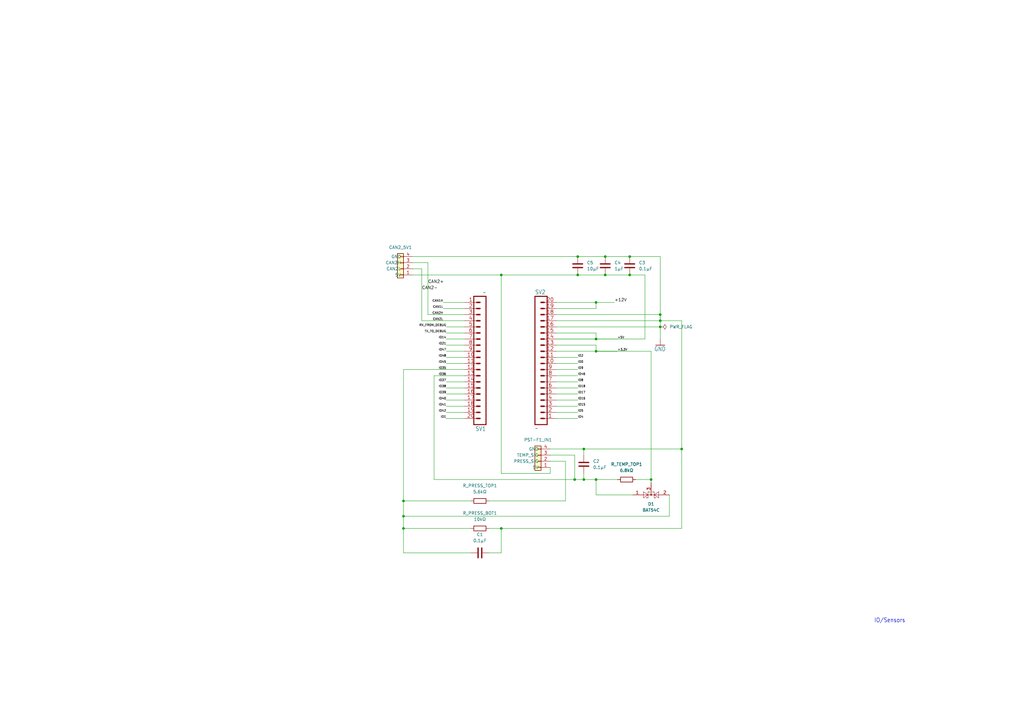
<source format=kicad_sch>
(kicad_sch (version 20250114) (generator "eeschema") (generator_version "9.0")
  (paper "User" 425.45 298.602)
  (lib_symbols
    (symbol "Bolt-on-eagle-import:GND" (power)
      (symbol "GND_1_0"
        (polyline (pts (xy -1.905 0) (xy 1.905 0)) (stroke (width 0.254)))
        (pin power_in line (at 0 2.54 270) (length 2.54) (name "GND") (number "1"))
      )
    )
    (symbol "Bolt-on-eagle-import:MA20-1L"
      (property "Reference" "SV" (at -1.27 28.702 0))
      (symbol "MA20-1L_1_0"
        (polyline (pts (xy -1.27 27.94) (xy -1.27 -25.4)) (stroke (width 0.4064)))
        (polyline (pts (xy -1.27 27.94) (xy 3.81 27.94)) (stroke (width 0.4064)))
        (polyline (pts (xy 1.27 25.4) (xy 2.54 25.4)) (stroke (width 0.6096)))
        (polyline (pts (xy 1.27 22.86) (xy 2.54 22.86)) (stroke (width 0.6096)))
        (polyline (pts (xy 1.27 20.32) (xy 2.54 20.32)) (stroke (width 0.6096)))
        (polyline (pts (xy 1.27 17.78) (xy 2.54 17.78)) (stroke (width 0.6096)))
        (polyline (pts (xy 1.27 15.24) (xy 2.54 15.24)) (stroke (width 0.6096)))
        (polyline (pts (xy 1.27 12.7) (xy 2.54 12.7)) (stroke (width 0.6096)))
        (polyline (pts (xy 1.27 10.16) (xy 2.54 10.16)) (stroke (width 0.6096)))
        (polyline (pts (xy 1.27 7.62) (xy 2.54 7.62)) (stroke (width 0.6096)))
        (polyline (pts (xy 1.27 5.08) (xy 2.54 5.08)) (stroke (width 0.6096)))
        (polyline (pts (xy 1.27 2.54) (xy 2.54 2.54)) (stroke (width 0.6096)))
        (polyline (pts (xy 1.27 0) (xy 2.54 0)) (stroke (width 0.6096)))
        (polyline (pts (xy 1.27 -2.54) (xy 2.54 -2.54)) (stroke (width 0.6096)))
        (polyline (pts (xy 1.27 -5.08) (xy 2.54 -5.08)) (stroke (width 0.6096)))
        (polyline (pts (xy 1.27 -7.62) (xy 2.54 -7.62)) (stroke (width 0.6096)))
        (polyline (pts (xy 1.27 -10.16) (xy 2.54 -10.16)) (stroke (width 0.6096)))
        (polyline (pts (xy 1.27 -12.7) (xy 2.54 -12.7)) (stroke (width 0.6096)))
        (polyline (pts (xy 1.27 -15.24) (xy 2.54 -15.24)) (stroke (width 0.6096)))
        (polyline (pts (xy 1.27 -17.78) (xy 2.54 -17.78)) (stroke (width 0.6096)))
        (polyline (pts (xy 1.27 -20.32) (xy 2.54 -20.32)) (stroke (width 0.6096)))
        (polyline (pts (xy 1.27 -22.86) (xy 2.54 -22.86)) (stroke (width 0.6096)))
        (polyline (pts (xy 3.81 -25.4) (xy -1.27 -25.4)) (stroke (width 0.4064)))
        (polyline (pts (xy 3.81 -25.4) (xy 3.81 27.94)) (stroke (width 0.4064)))
        (pin passive line (at 7.62 25.4 180) (length 5.08) (name "20") (number "20"))
        (pin passive line (at 7.62 22.86 180) (length 5.08) (name "19") (number "19"))
        (pin passive line (at 7.62 20.32 180) (length 5.08) (name "18") (number "18"))
        (pin passive line (at 7.62 17.78 180) (length 5.08) (name "17") (number "17"))
        (pin passive line (at 7.62 15.24 180) (length 5.08) (name "16") (number "16"))
        (pin passive line (at 7.62 12.7 180) (length 5.08) (name "15") (number "15"))
        (pin passive line (at 7.62 10.16 180) (length 5.08) (name "14") (number "14"))
        (pin passive line (at 7.62 7.62 180) (length 5.08) (name "13") (number "13"))
        (pin passive line (at 7.62 5.08 180) (length 5.08) (name "12") (number "12"))
        (pin passive line (at 7.62 2.54 180) (length 5.08) (name "11") (number "11"))
        (pin passive line (at 7.62 0 180) (length 5.08) (name "10") (number "10"))
        (pin passive line (at 7.62 -2.54 180) (length 5.08) (name "9") (number "9"))
        (pin passive line (at 7.62 -5.08 180) (length 5.08) (name "8") (number "8"))
        (pin passive line (at 7.62 -7.62 180) (length 5.08) (name "7") (number "7"))
        (pin passive line (at 7.62 -10.16 180) (length 5.08) (name "6") (number "6"))
        (pin passive line (at 7.62 -12.7 180) (length 5.08) (name "5") (number "5"))
        (pin passive line (at 7.62 -15.24 180) (length 5.08) (name "4") (number "4"))
        (pin passive line (at 7.62 -17.78 180) (length 5.08) (name "3") (number "3"))
        (pin passive line (at 7.62 -20.32 180) (length 5.08) (name "2") (number "2"))
        (pin passive line (at 7.62 -22.86 180) (length 5.08) (name "1") (number "1"))
      )
    )
    (symbol "Conn_01x04_1" (pin_names (offset 1.016))
      (property "Reference" "JPST-F_1_IN1" (at 0 -8.89 0))
      (symbol "Conn_01x04_1_1_1"
        (rectangle (start -1.27 3.81) (end 1.27 -6.35) (stroke (width 0.254)) (fill (type background)))
        (rectangle (start -1.27 2.667) (end 0 2.413) (stroke (width 0.1524)))
        (rectangle (start -1.27 0.127) (end 0 -0.127) (stroke (width 0.1524)))
        (rectangle (start -1.27 -2.413) (end 0 -2.667) (stroke (width 0.1524)))
        (rectangle (start -1.27 -4.953) (end 0 -5.207) (stroke (width 0.1524)))
        (pin passive line (at -5.08 2.54 0) (length 3.81) (name "5V") (number "1"))
        (pin passive line (at -5.08 0 0) (length 3.81) (name "PRESS_SIG") (number "2"))
        (pin passive line (at -5.08 -2.54 0) (length 3.81) (name "TEMP_SIG") (number "3"))
        (pin passive line (at -5.08 -5.08 0) (length 3.81) (name "GND") (number "4"))
      )
    )
    (symbol "Conn_01x04_2" (pin_names (offset 1.016))
      (property "Reference" "CAN2_5V1" (at 0 -8.89 0))
      (symbol "Conn_01x04_2_1_1"
        (rectangle (start -1.27 3.81) (end 1.27 -6.35) (stroke (width 0.254)) (fill (type background)))
        (rectangle (start -1.27 2.667) (end 0 2.413) (stroke (width 0.1524)))
        (rectangle (start -1.27 0.127) (end 0 -0.127) (stroke (width 0.1524)))
        (rectangle (start -1.27 -2.413) (end 0 -2.667) (stroke (width 0.1524)))
        (rectangle (start -1.27 -4.953) (end 0 -5.207) (stroke (width 0.1524)))
        (pin passive line (at -5.08 2.54 0) (length 3.81) (name "5V") (number "1"))
        (pin passive line (at -5.08 0 0) (length 3.81) (name "CAN2L") (number "2"))
        (pin passive line (at -5.08 -2.54 0) (length 3.81) (name "CAN2H") (number "3"))
        (pin passive line (at -5.08 -5.08 0) (length 3.81) (name "GND") (number "4"))
      )
    )
    (symbol "Device:C" (pin_numbers (hide yes)) (pin_names (offset 0.254))
      (property "Reference" "C" (at 0.635 2.54 0))
      (property "Value" "C" (at 0.635 -2.54 0))
      (symbol "C_0_1"
        (polyline (pts (xy -2.032 0.762) (xy 2.032 0.762)) (stroke (width 0.508)))
        (polyline (pts (xy -2.032 -0.762) (xy 2.032 -0.762)) (stroke (width 0.508)))
      )
      (symbol "C_1_1"
        (pin passive line (at 0 3.81 270) (length 2.794) (name "~") (number "1"))
        (pin passive line (at 0 -3.81 90) (length 2.794) (name "~") (number "2"))
      )
    )
    (symbol "Device:R" (pin_numbers (hide yes)) (pin_names (offset 0))
      (property "Reference" "R" (at 2.032 0 90))
      (property "Value" "R" (at 0 0 90))
      (symbol "R_0_1"
        (rectangle (start -1.016 -2.54) (end 1.016 2.54) (stroke (width 0.254)))
      )
      (symbol "R_1_1"
        (pin passive line (at 0 3.81 270) (length 1.27) (name "~") (number "1"))
        (pin passive line (at 0 -3.81 90) (length 1.27) (name "~") (number "2"))
      )
    )
    (symbol "Diode:BAT54C" (pin_names (offset 1.016))
      (property "Reference" "D" (at 0.635 -3.81 0))
      (property "Value" "BAT54C" (at -6.35 3.175 0))
      (symbol "BAT54C_0_1"
        (polyline (pts (xy -3.175 -1.27) (xy -3.175 1.27) (xy -1.27 0) (xy -3.175 -1.27)))
        (polyline (pts (xy -1.905 1.27) (xy -1.905 1.016)))
        (polyline (pts (xy -1.905 0) (xy 1.905 0)))
        (polyline (pts (xy -1.27 1.27) (xy -1.905 1.27)))
        (polyline (pts (xy -1.27 1.27) (xy -1.27 -1.27)))
        (polyline (pts (xy -1.27 0) (xy -3.81 0)))
        (polyline (pts (xy -1.27 -1.27) (xy -0.635 -1.27)))
        (polyline (pts (xy -0.635 -1.27) (xy -0.635 -1.016)))
        (circle (center 0 0) (radius 0.254) (fill (type outline)))
        (polyline (pts (xy 0.635 -1.27) (xy 0.635 -1.016)))
        (polyline (pts (xy 1.27 1.27) (xy 1.27 -1.27)))
        (polyline (pts (xy 1.27 1.27) (xy 1.905 1.27)))
        (polyline (pts (xy 1.27 -1.27) (xy 0.635 -1.27)))
        (polyline (pts (xy 1.905 1.27) (xy 1.905 1.016)))
        (polyline (pts (xy 3.175 -1.27) (xy 3.175 1.27) (xy 1.27 0) (xy 3.175 -1.27)))
        (polyline (pts (xy 3.81 0) (xy 1.27 0)))
      )
      (symbol "BAT54C_1_1"
        (pin passive line (at -7.62 0 0) (length 3.81) (name "~") (number "1"))
        (pin passive line (at 0 -5.08 90) (length 5.08) (name "~") (number "3"))
        (pin passive line (at 7.62 0 180) (length 3.81) (name "~") (number "2"))
      )
    )
    (symbol "power:PWR_FLAG" (power) (pin_numbers (hide yes)) (pin_names (offset 0) (hide yes))
      (property "Value" "PWR_FLAG" (at 0 3.81 0))
      (symbol "PWR_FLAG_0_0"
        (pin power_out line (at 0 0 90) (length 0) (name "~") (number "1"))
      )
      (symbol "PWR_FLAG_0_1"
        (polyline (pts (xy 0 0) (xy 0 1.27) (xy -1.016 1.905) (xy 0 2.54) (xy 1.016 1.905) (xy 0 1.27)))
      )
    )
  )
  (text "IO/Sensors" (at 363.22 259.08 0) (effects (font (size 1.778 1.5113)) (justify left bottom)))
  (junction (at 247.65 140.97))
  (junction (at 167.64 219.71))
  (junction (at 274.32 130.81))
  (junction (at 261.62 106.68))
  (junction (at 167.64 208.28))
  (junction (at 242.57 186.69))
  (junction (at 274.32 135.89))
  (junction (at 261.62 114.3))
  (junction (at 242.57 199.39))
  (junction (at 208.28 114.3))
  (junction (at 247.65 146.05))
  (junction (at 208.28 219.71))
  (junction (at 283.21 186.69))
  (junction (at 247.65 125.73))
  (junction (at 247.65 199.39))
  (junction (at 270.51 199.39))
  (junction (at 240.03 114.3))
  (junction (at 251.46 106.68))
  (junction (at 274.32 133.35))
  (junction (at 238.76 199.39))
  (junction (at 167.64 214.63))
  (junction (at 251.46 114.3))
  (junction (at 240.03 106.68))
  (wire (pts (xy 231.14 130.81) (xy 274.32 130.81)) (stroke (width 0.1524)))
  (wire (pts (xy 247.65 199.39) (xy 256.54 199.39)))
  (wire (pts (xy 193.04 158.75) (xy 185.42 158.75)) (stroke (width 0.1524)))
  (wire (pts (xy 171.45 109.22) (xy 177.8 109.22)))
  (wire (pts (xy 231.14 173.99) (xy 240.03 173.99)) (stroke (width 0.1524)))
  (wire (pts (xy 247.65 128.27) (xy 247.65 125.73)) (stroke (width 0.1524)))
  (wire (pts (xy 167.64 219.71) (xy 167.64 229.87)))
  (wire (pts (xy 274.32 135.89) (xy 274.32 140.97)))
  (wire (pts (xy 193.04 171.45) (xy 185.42 171.45)) (stroke (width 0.1524)))
  (wire (pts (xy 193.04 125.73) (xy 184.15 125.73)) (stroke (width 0.1524)))
  (wire (pts (xy 167.64 219.71) (xy 195.58 219.71)))
  (wire (pts (xy 270.51 199.39) (xy 270.51 146.05)))
  (wire (pts (xy 278.13 205.74) (xy 278.13 214.63)))
  (wire (pts (xy 193.04 148.59) (xy 185.42 148.59)) (stroke (width 0.1524)))
  (wire (pts (xy 247.65 140.97) (xy 267.97 140.97)))
  (wire (pts (xy 231.14 166.37) (xy 240.03 166.37)) (stroke (width 0.1524)))
  (wire (pts (xy 193.04 166.37) (xy 185.42 166.37)) (stroke (width 0.1524)))
  (wire (pts (xy 251.46 114.3) (xy 261.62 114.3)))
  (wire (pts (xy 193.04 168.91) (xy 185.42 168.91)) (stroke (width 0.1524)))
  (wire (pts (xy 193.04 161.29) (xy 185.42 161.29)) (stroke (width 0.1524)))
  (wire (pts (xy 247.65 143.51) (xy 247.65 146.05)) (stroke (width 0.1524)))
  (wire (pts (xy 167.64 214.63) (xy 167.64 219.71)))
  (wire (pts (xy 242.57 186.69) (xy 283.21 186.69)))
  (wire (pts (xy 193.04 173.99) (xy 185.42 173.99)) (stroke (width 0.1524)))
  (wire (pts (xy 274.32 106.68) (xy 274.32 130.81)))
  (wire (pts (xy 208.28 114.3) (xy 208.28 196.85)))
  (wire (pts (xy 242.57 189.23) (xy 242.57 186.69)))
  (wire (pts (xy 231.14 135.89) (xy 274.32 135.89)) (stroke (width 0.1524)))
  (wire (pts (xy 228.6 196.85) (xy 208.28 196.85)))
  (wire (pts (xy 278.13 214.63) (xy 167.64 214.63)))
  (wire (pts (xy 180.34 199.39) (xy 238.76 199.39)))
  (wire (pts (xy 231.14 151.13) (xy 240.03 151.13)) (stroke (width 0.1524)))
  (wire (pts (xy 283.21 186.69) (xy 283.21 133.35)))
  (wire (pts (xy 208.28 114.3) (xy 240.03 114.3)))
  (wire (pts (xy 231.14 140.97) (xy 247.65 140.97)))
  (wire (pts (xy 231.14 153.67) (xy 240.03 153.67)) (stroke (width 0.1524)))
  (wire (pts (xy 231.14 171.45) (xy 240.03 171.45)) (stroke (width 0.1524)))
  (wire (pts (xy 175.26 111.76) (xy 175.26 133.35)))
  (wire (pts (xy 193.04 140.97) (xy 185.42 140.97)) (stroke (width 0.1524)))
  (wire (pts (xy 267.97 114.3) (xy 267.97 140.97)))
  (wire (pts (xy 242.57 196.85) (xy 242.57 199.39)))
  (wire (pts (xy 234.95 191.77) (xy 234.95 208.28)))
  (wire (pts (xy 177.8 130.81) (xy 193.04 130.81)))
  (wire (pts (xy 228.6 194.31) (xy 228.6 196.85)))
  (wire (pts (xy 193.04 135.89) (xy 185.42 135.89)) (stroke (width 0.1524)))
  (wire (pts (xy 231.14 163.83) (xy 240.03 163.83)) (stroke (width 0.1524)))
  (wire (pts (xy 167.64 208.28) (xy 167.64 153.67)))
  (wire (pts (xy 261.62 106.68) (xy 274.32 106.68)))
  (wire (pts (xy 283.21 133.35) (xy 274.32 133.35)))
  (wire (pts (xy 193.04 138.43) (xy 185.42 138.43)) (stroke (width 0.1524)))
  (wire (pts (xy 231.14 168.91) (xy 240.03 168.91)) (stroke (width 0.1524)))
  (wire (pts (xy 231.14 148.59) (xy 240.03 148.59)) (stroke (width 0.1524)))
  (wire (pts (xy 193.04 143.51) (xy 185.42 143.51)) (stroke (width 0.1524)))
  (wire (pts (xy 180.34 156.21) (xy 193.04 156.21)))
  (wire (pts (xy 247.65 205.74) (xy 262.89 205.74)))
  (wire (pts (xy 231.14 140.97) (xy 247.65 140.97)) (stroke (width 0.1524)))
  (wire (pts (xy 238.76 189.23) (xy 238.76 199.39)))
  (wire (pts (xy 238.76 199.39) (xy 242.57 199.39)))
  (wire (pts (xy 167.64 153.67) (xy 193.04 153.67)))
  (wire (pts (xy 247.65 146.05) (xy 270.51 146.05)))
  (wire (pts (xy 251.46 106.68) (xy 261.62 106.68)))
  (wire (pts (xy 193.04 128.27) (xy 184.15 128.27)) (stroke (width 0.1524)))
  (wire (pts (xy 193.04 151.13) (xy 185.42 151.13)) (stroke (width 0.1524)))
  (wire (pts (xy 270.51 199.39) (xy 270.51 200.66)))
  (wire (pts (xy 261.62 114.3) (xy 267.97 114.3)))
  (wire (pts (xy 171.45 106.68) (xy 240.03 106.68)))
  (wire (pts (xy 231.14 133.35) (xy 274.32 133.35)) (stroke (width 0.1524)))
  (wire (pts (xy 175.26 133.35) (xy 193.04 133.35)))
  (wire (pts (xy 274.32 130.81) (xy 274.32 133.35)))
  (wire (pts (xy 171.45 114.3) (xy 208.28 114.3)))
  (wire (pts (xy 247.65 138.43) (xy 247.65 140.97)) (stroke (width 0.1524)))
  (wire (pts (xy 283.21 186.69) (xy 283.21 219.71)))
  (wire (pts (xy 247.65 125.73) (xy 255.27 125.73)) (stroke (width 0.1524)))
  (wire (pts (xy 247.65 140.97) (xy 256.54 140.97)) (stroke (width 0.1524)))
  (wire (pts (xy 240.03 106.68) (xy 251.46 106.68)))
  (wire (pts (xy 193.04 163.83) (xy 185.42 163.83)) (stroke (width 0.1524)))
  (wire (pts (xy 247.65 205.74) (xy 247.65 199.39)))
  (wire (pts (xy 231.14 161.29) (xy 240.03 161.29)) (stroke (width 0.1524)))
  (wire (pts (xy 231.14 158.75) (xy 240.03 158.75)) (stroke (width 0.1524)))
  (wire (pts (xy 231.14 143.51) (xy 247.65 143.51)) (stroke (width 0.1524)))
  (wire (pts (xy 228.6 189.23) (xy 238.76 189.23)))
  (wire (pts (xy 264.16 199.39) (xy 270.51 199.39)))
  (wire (pts (xy 208.28 229.87) (xy 208.28 219.71)))
  (wire (pts (xy 231.14 156.21) (xy 240.03 156.21)) (stroke (width 0.1524)))
  (wire (pts (xy 231.14 128.27) (xy 247.65 128.27)) (stroke (width 0.1524)))
  (wire (pts (xy 242.57 199.39) (xy 247.65 199.39)))
  (wire (pts (xy 195.58 229.87) (xy 167.64 229.87)))
  (wire (pts (xy 274.32 135.89) (xy 274.32 133.35)) (stroke (width 0.1524)))
  (wire (pts (xy 231.14 146.05) (xy 247.65 146.05)) (stroke (width 0.1524)))
  (wire (pts (xy 180.34 199.39) (xy 180.34 156.21)))
  (wire (pts (xy 193.04 146.05) (xy 185.42 146.05)) (stroke (width 0.1524)))
  (wire (pts (xy 228.6 186.69) (xy 242.57 186.69)))
  (wire (pts (xy 203.2 229.87) (xy 208.28 229.87)))
  (wire (pts (xy 177.8 109.22) (xy 177.8 130.81)))
  (wire (pts (xy 203.2 219.71) (xy 208.28 219.71)))
  (wire (pts (xy 274.32 130.81) (xy 274.32 133.35)) (stroke (width 0.1524)))
  (wire (pts (xy 228.6 191.77) (xy 234.95 191.77)))
  (wire (pts (xy 208.28 219.71) (xy 283.21 219.71)))
  (wire (pts (xy 231.14 138.43) (xy 247.65 138.43)) (stroke (width 0.1524)))
  (wire (pts (xy 240.03 114.3) (xy 251.46 114.3)))
  (wire (pts (xy 247.65 146.05) (xy 256.54 146.05)) (stroke (width 0.1524)))
  (wire (pts (xy 167.64 208.28) (xy 195.58 208.28)))
  (wire (pts (xy 234.95 208.28) (xy 203.2 208.28)))
  (wire (pts (xy 231.14 125.73) (xy 247.65 125.73)) (stroke (width 0.1524)))
  (wire (pts (xy 167.64 208.28) (xy 167.64 214.63)))
  (wire (pts (xy 171.45 111.76) (xy 175.26 111.76)))
  (label "IO17" (at 240.03 163.83 0) (effects (font (size 0.889 0.889))))
  (label "+5V" (at 256.54 140.97 0) (effects (font (size 0.889 0.889))))
  (label "CAN2-" (at 175.26 120.65 0) (property "Netclass" "Default" (effects (hide yes))))
  (label "IO5" (at 240.03 171.45 0) (effects (font (size 0.889 0.889))))
  (label "TX_TO_DEBUG" (at 185.42 138.43 180) (effects (font (size 0.889 0.889))))
  (label "IO38" (at 185.42 161.29 180) (effects (font (size 0.889 0.889))))
  (label "IO48" (at 185.42 148.59 180) (effects (font (size 0.889 0.889))))
  (label "IO18" (at 240.03 161.29 0) (effects (font (size 0.889 0.889))))
  (label "IO39" (at 185.42 163.83 180) (effects (font (size 0.889 0.889))))
  (label "IO36" (at 185.42 156.21 180) (effects (font (size 0.889 0.889))))
  (label "IO35" (at 185.42 153.67 180) (effects (font (size 0.889 0.889))))
  (label "CAN1L" (at 184.15 128.27 180) (effects (font (size 0.889 0.889))))
  (label "IO8" (at 240.03 158.75 0) (effects (font (size 0.889 0.889))))
  (label "+3.3V" (at 256.54 146.05 0) (effects (font (size 0.889 0.889))))
  (label "IO2" (at 240.03 148.59 0) (effects (font (size 0.889 0.889))))
  (label "CAN1H" (at 184.15 125.73 180) (effects (font (size 0.889 0.889))))
  (label "IO1" (at 185.42 173.99 180) (effects (font (size 0.889 0.889))))
  (label "IO41" (at 185.42 168.91 180) (effects (font (size 0.889 0.889))))
  (label "RX_FROM_DEBUG" (at 185.42 135.89 180) (effects (font (size 0.889 0.889))))
  (label "IO14" (at 185.42 140.97 180) (effects (font (size 0.889 0.889))))
  (label "IO47" (at 185.42 146.05 180) (effects (font (size 0.889 0.889))))
  (label "IO40" (at 185.42 166.37 180) (effects (font (size 0.889 0.889))))
  (label "+12V" (at 255.27 125.73 0) (effects (font (size 1.2446 1.2446))))
  (label "CAN2H" (at 184.15 130.81 180) (effects (font (size 0.889 0.889))))
  (label "IO0" (at 240.03 151.13 0) (effects (font (size 0.889 0.889))))
  (label "IO37" (at 185.42 158.75 180) (effects (font (size 0.889 0.889))))
  (label "IO21" (at 185.42 143.51 180) (effects (font (size 0.889 0.889))))
  (label "IO45" (at 185.42 151.13 180) (effects (font (size 0.889 0.889))))
  (label "IO46" (at 240.03 156.21 0) (effects (font (size 0.889 0.889))))
  (label "IO15" (at 240.03 168.91 0) (effects (font (size 0.889 0.889))))
  (label "IO16" (at 240.03 166.37 0) (effects (font (size 0.889 0.889))))
  (label "CAN2+" (at 177.8 118.11 0) (property "Netclass" "Default" (effects (hide yes))))
  (label "CAN2L" (at 184.15 133.35 180) (effects (font (size 0.889 0.889))))
  (label "IO42" (at 185.42 171.45 180) (effects (font (size 0.889 0.889))))
  (label "IO4" (at 240.03 173.99 0) (effects (font (size 0.889 0.889))))
  (label "IO9" (at 240.03 153.67 0) (effects (font (size 0.889 0.889))))
  (symbol (lib_id "Device:R") (at 199.39 208.28 90) (unit 1)
    (property "Reference" "R_PRESS_TOP1" (at 199.39 201.93 90))
    (property "Value" "﻿5.6kΩ" (at 199.39 204.47 90))
    (property "Footprint" "Resistor_SMD:R_0805_2012Metric_Pad1.20x1.40mm_HandSolder" (effects (hide yes)))
    (property "Description" "Resistor" (effects (hide yes)))
  )
  (symbol (lib_id "Device:R") (at 260.35 199.39 90) (unit 1)
    (property "Reference" "R_TEMP_TOP1" (at 260.35 193.04 90))
    (property "Value" "﻿6.8kΩ" (at 260.35 195.58 90))
    (property "Footprint" "Resistor_SMD:R_0805_2012Metric_Pad1.20x1.40mm_HandSolder" (effects (hide yes)))
    (property "Description" "Resistor" (effects (hide yes)))
  )
  (symbol (lib_id "Device:C") (at 199.39 229.87 270) (unit 1)
    (property "Reference" "C1" (at 199.39 222.25 90))
    (property "Value" "﻿0.1µF" (at 199.39 224.79 90))
    (property "Footprint" "Capacitor_SMD:C_0805_2012Metric_Pad1.18x1.45mm_HandSolder" (effects (hide yes)))
    (property "Description" "Unpolarized capacitor" (effects (hide yes)))
  )
  (symbol (lib_id "Device:C") (at 240.03 110.49 0) (unit 1)
    (property "Reference" "C5" (at 243.84 109.2199 0) (effects (justify left)))
    (property "Value" "10µF" (at 243.84 111.7599 0) (effects (justify left)))
    (property "Footprint" "Capacitor_SMD:C_1206_3216Metric_Pad1.33x1.80mm_HandSolder" (effects (hide yes)))
    (property "Description" "Unpolarized capacitor" (effects (hide yes)))
  )
  (symbol (lib_id "power:PWR_FLAG") (at 274.32 135.89 270) (unit 1)
    (property "Reference" "#FLG01" (effects (hide yes)))
    (property "Value" "PWR_FLAG" (at 278.13 135.8899 90) (effects (justify left)))
    (property "Description" "Special symbol for telling ERC where power comes from" (effects (hide yes)))
  )
  (symbol (lib_name "Conn_01x04_1") (lib_id "Connector_Generic:Conn_01x04") (at 223.52 191.77 180) (unit 1)
    (property "Reference" "PST-F1_IN1" (at 223.52 182.88 0))
    (property "Value" "Conn_01x04" (effects (hide yes)))
    (property "Footprint" "Connector_JST:JST_PH_S4B-PH-SM4-TB_1x04-1MP_P2.00mm_Horizontal" (effects (hide yes)))
    (property "Description" "Generic connector, single row, 01x04, script generated (kicad-library-utils/schlib/autogen/connector/)" (effects (hide yes)))
  )
  (symbol (lib_id "Device:C") (at 261.62 110.49 0) (unit 1)
    (property "Reference" "C3" (at 265.43 109.2199 0) (effects (justify left)))
    (property "Value" "﻿0.1µF" (at 265.43 111.7599 0) (effects (justify left)))
    (property "Footprint" "Capacitor_SMD:C_0805_2012Metric_Pad1.18x1.45mm_HandSolder" (effects (hide yes)))
    (property "Description" "Unpolarized capacitor" (effects (hide yes)))
  )
  (symbol (lib_id "Device:C") (at 242.57 193.04 0) (unit 1)
    (property "Reference" "C2" (at 246.38 191.7699 0) (effects (justify left)))
    (property "Value" "﻿0.1µF" (at 246.38 194.3099 0) (effects (justify left)))
    (property "Footprint" "Capacitor_SMD:C_0805_2012Metric_Pad1.18x1.45mm_HandSolder" (effects (hide yes)))
    (property "Description" "Unpolarized capacitor" (effects (hide yes)))
  )
  (symbol (lib_id "Bolt-on-eagle-import:MA20-1L") (at 223.52 151.13 0) (unit 1)
    (property "Reference" "SV2" (at 222.25 122.428 0) (effects (font (size 1.778 1.5113)) (justify left bottom)))
    (property "Value" "~" (at 222.25 179.07 0) (effects (font (size 1.778 1.5113)) (justify left bottom)))
    (property "Footprint" "Bolt-on:MA20-1L_162" (effects (hide yes)))
  )
  (symbol (lib_id "Bolt-on-eagle-import:MA20-1L") (at 200.66 148.59 180) (unit 1)
    (property "Reference" "SV1" (at 201.93 177.292 0) (effects (font (size 1.778 1.5113)) (justify left bottom)))
    (property "Value" "~" (at 201.93 120.65 0) (effects (font (size 1.778 1.5113)) (justify left bottom)))
    (property "Footprint" "Bolt-on:MA20-1L_162" (effects (hide yes)))
  )
  (symbol (lib_id "Device:R") (at 199.39 219.71 90) (unit 1)
    (property "Reference" "R_PRESS_BOT1" (at 199.39 213.36 90))
    (property "Value" "﻿10kΩ" (at 199.39 215.9 90))
    (property "Footprint" "Resistor_SMD:R_0805_2012Metric_Pad1.20x1.40mm_HandSolder" (effects (hide yes)))
    (property "Description" "Resistor" (effects (hide yes)))
  )
  (symbol (lib_id "Device:C") (at 251.46 110.49 0) (unit 1)
    (property "Reference" "C4" (at 255.27 109.2199 0) (effects (justify left)))
    (property "Value" "1µF" (at 255.27 111.7599 0) (effects (justify left)))
    (property "Footprint" "Capacitor_SMD:C_0805_2012Metric_Pad1.18x1.45mm_HandSolder" (effects (hide yes)))
    (property "Description" "Unpolarized capacitor" (effects (hide yes)))
  )
  (symbol (lib_name "Conn_01x04_2") (lib_id "Connector_Generic:Conn_01x04") (at 166.37 111.76 180) (unit 1)
    (property "Reference" "CAN2_5V1" (at 166.37 102.87 0))
    (property "Value" "Conn_01x04" (effects (hide yes)))
    (property "Footprint" "Connector_JST:JST_PH_S4B-PH-SM4-TB_1x04-1MP_P2.00mm_Horizontal" (effects (hide yes)))
    (property "Description" "Generic connector, single row, 01x04, script generated (kicad-library-utils/schlib/autogen/connector/)" (effects (hide yes)))
  )
  (symbol (lib_id "Bolt-on-eagle-import:GND") (at 274.32 143.51 0) (unit 1)
    (property "Reference" "#GND01" (effects (hide yes)))
    (property "Value" "GND" (at 271.78 146.05 0) (effects (font (size 1.778 1.5113)) (justify left bottom)))
  )
  (symbol (lib_id "Diode:BAT54C") (at 270.51 205.74 0) (mirror x) (unit 1)
    (property "Reference" "D1" (at 270.51 209.55 0))
    (property "Value" "BAT54C" (at 270.51 212.09 0))
    (property "Footprint" "Package_TO_SOT_SMD:SOT-23_Handsoldering" (effects (hide yes)))
    (property "Datasheet" "http://www.diodes.com/_files/datasheets/ds11005.pdf" (effects (hide yes)))
    (property "Description" "dual schottky barrier diode, common cathode" (effects (hide yes)))
  )
)
</source>
